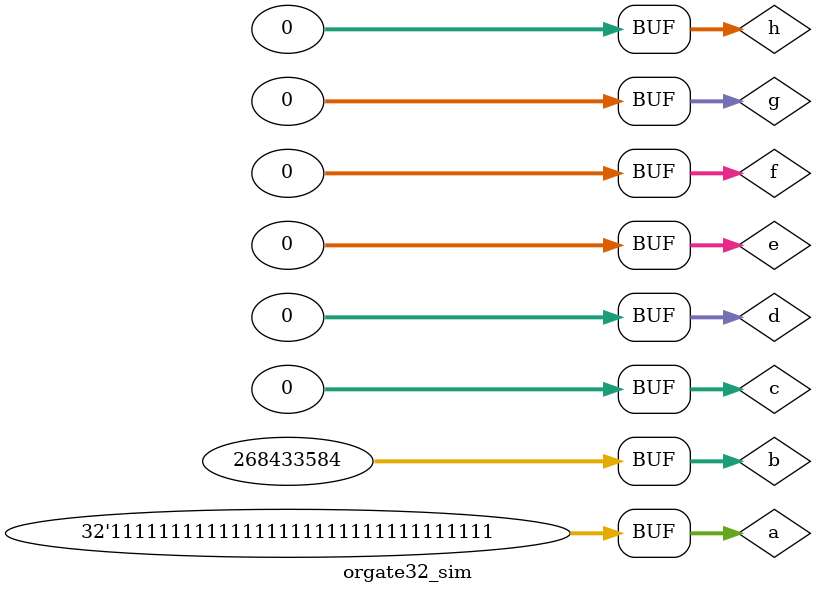
<source format=v>
`timescale 1ns / 1ps


module orgate32_sim(   );
    // input 
    reg [31:0] a=32'h00000000;
    reg [31:0] b=32'h00000000;
    reg [31:0] c=32'h00000000;
    reg [31:0] d=32'h00000000;
    reg [31:0] e=32'h00000000;
    reg [31:0] f=32'h00000000;
    reg [31:0] g=32'h00000000;
    reg [31:0] h=32'h00000000;
    //outbut
    wire [31:0] q;
    orgate #(8,32) u(.a(a),.b(b),.c(c),.d(d),
                .e(e),.f(f),.g(g),.h(h),.q(q));    // ÊµÀý»¯µÄÊ±ºò£¬Éè¶¨¿í¶ÈÎª32
    initial begin
    #100  a=32'hff78dff;
    #100  begin a=32'h00000000;b=32'hffff8b0;end
    #100  a = 32'h007fa509;
    #100  a=32'hffffffff;
  end

endmodule

</source>
